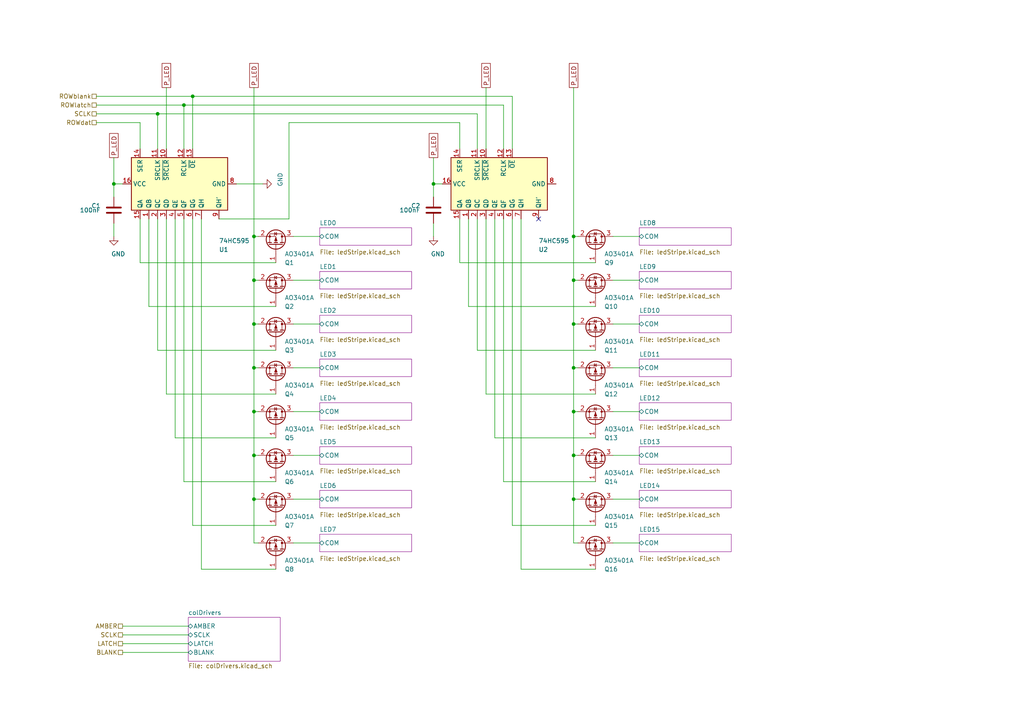
<source format=kicad_sch>
(kicad_sch (version 20200608) (host eeschema "5.99.0-unknown-e164269~101~ubuntu20.04.1")
  (page 2 19)
  (paper "A4")
  (lib_symbols
    (symbol "74xx:74HC595" (pin_names (offset 0.508))
      (property "Reference" "U" (at -7.62 13.97 0))
      (property "Value" "74HC595" (at -7.62 -16.51 0))
      (symbol "74HC595_1_1"
        (rectangle (start -7.62 12.7) (end 7.62 -15.24) (stroke (width 0.254)) (fill (type background)))
      )
      (symbol "74HC595_1_0"
        (pin tri_state line (at 10.16 7.62 180) (length 2.54) (name "QB") (number "1"))
        (pin input line (at -10.16 2.54 0) (length 2.54) (name "~SRCLR") (number "10"))
        (pin input line (at -10.16 5.08 0) (length 2.54) (name "SRCLK") (number "11"))
        (pin input line (at -10.16 -2.54 0) (length 2.54) (name "RCLK") (number "12"))
        (pin input line (at -10.16 -5.08 0) (length 2.54) (name "~OE") (number "13"))
        (pin input line (at -10.16 10.16 0) (length 2.54) (name "SER") (number "14"))
        (pin tri_state line (at 10.16 10.16 180) (length 2.54) (name "QA") (number "15"))
        (pin power_in line (at 0 15.24 270) (length 2.54) (name "VCC") (number "16"))
        (pin tri_state line (at 10.16 5.08 180) (length 2.54) (name "QC") (number "2"))
        (pin tri_state line (at 10.16 2.54 180) (length 2.54) (name "QD") (number "3"))
        (pin tri_state line (at 10.16 0 180) (length 2.54) (name "QE") (number "4"))
        (pin tri_state line (at 10.16 -2.54 180) (length 2.54) (name "QF") (number "5"))
        (pin tri_state line (at 10.16 -5.08 180) (length 2.54) (name "QG") (number "6"))
        (pin tri_state line (at 10.16 -7.62 180) (length 2.54) (name "QH") (number "7"))
        (pin power_in line (at 0 -17.78 90) (length 2.54) (name "GND") (number "8"))
        (pin output line (at 10.16 -12.7 180) (length 2.54) (name "QH'") (number "9"))
      )
    )
    (symbol "Device:C" (pin_numbers hide) (pin_names (offset 0.254))
      (property "Reference" "C" (at 0.635 2.54 0))
      (property "Value" "C" (at 0.635 -2.54 0))
      (symbol "C_0_1"
        (polyline (pts (xy -2.032 -0.762) (xy 2.032 -0.762)) (stroke (width 0.508)))
        (polyline (pts (xy -2.032 0.762) (xy 2.032 0.762)) (stroke (width 0.508)))
      )
      (symbol "C_1_1"
        (pin passive line (at 0 3.81 270) (length 2.794) (name "~") (number "1"))
        (pin passive line (at 0 -3.81 90) (length 2.794) (name "~") (number "2"))
      )
    )
    (symbol "Transistor_FET:AO3401A" (pin_names (offset 0.508) hide)
      (property "Reference" "Q" (at 5.08 1.905 0))
      (property "Value" "AO3401A" (at 5.08 0 0))
      (symbol "AO3401A_0_1"
        (circle (center 1.651 0) (radius 2.794) (stroke (width 0.254)))
        (circle (center 2.54 -1.778) (radius 0.254) (fill (type outline)))
        (circle (center 2.54 1.778) (radius 0.254) (fill (type outline)))
        (polyline (pts (xy 0.254 0) (xy -2.54 0)))
        (polyline (pts (xy 0.254 1.905) (xy 0.254 -1.905)) (stroke (width 0.254)))
        (polyline (pts (xy 0.762 -1.27) (xy 0.762 -2.286)) (stroke (width 0.254)))
        (polyline (pts (xy 0.762 0.508) (xy 0.762 -0.508)) (stroke (width 0.254)))
        (polyline (pts (xy 0.762 2.286) (xy 0.762 1.27)) (stroke (width 0.254)))
        (polyline (pts (xy 2.54 2.54) (xy 2.54 1.778)))
        (polyline (pts (xy 2.54 -2.54) (xy 2.54 0) (xy 0.762 0)))
        (polyline (pts (xy 0.762 1.778) (xy 3.302 1.778) (xy 3.302 -1.778) (xy 0.762 -1.778)))
        (polyline (pts (xy 2.286 0) (xy 1.27 0.381) (xy 1.27 -0.381) (xy 2.286 0)) (fill (type outline)))
        (polyline (pts (xy 2.794 -0.508) (xy 2.921 -0.381) (xy 3.683 -0.381) (xy 3.81 -0.254)))
        (polyline (pts (xy 3.302 -0.381) (xy 2.921 0.254) (xy 3.683 0.254) (xy 3.302 -0.381)))
      )
      (symbol "AO3401A_1_1"
        (pin input line (at -5.08 0 0) (length 2.54) (name "G") (number "1"))
        (pin passive line (at 2.54 -5.08 90) (length 2.54) (name "S") (number "2"))
        (pin passive line (at 2.54 5.08 270) (length 2.54) (name "D") (number "3"))
      )
    )
    (symbol "power:GND" (power) (pin_names (offset 0))
      (property "Value" "GND" (at 0 -3.81 0))
      (symbol "GND_0_1"
        (polyline (pts (xy 0 0) (xy 0 -1.27) (xy 1.27 -1.27) (xy 0 -2.54) (xy -1.27 -1.27) (xy 0 -1.27)))
      )
      (symbol "GND_1_1"
        (pin power_in line (at 0 0 270) (length 0) hide (name "GND") (number "1"))
      )
    )
  )
  (junction (at 33.02 53.34))
  (junction (at 45.72 33.02))
  (junction (at 53.34 30.48))
  (junction (at 55.88 27.94))
  (junction (at 73.66 68.58))
  (junction (at 73.66 81.28))
  (junction (at 73.66 93.98))
  (junction (at 73.66 106.68))
  (junction (at 73.66 119.38))
  (junction (at 73.66 132.08))
  (junction (at 73.66 144.78))
  (junction (at 125.73 53.34))
  (junction (at 166.37 68.58))
  (junction (at 166.37 81.28))
  (junction (at 166.37 93.98))
  (junction (at 166.37 106.68))
  (junction (at 166.37 119.38))
  (junction (at 166.37 132.08))
  (junction (at 166.37 144.78))
  (no_connect (at 156.21 63.5))
  (wire (pts (xy 27.94 27.94) (xy 55.88 27.94)))
  (wire (pts (xy 27.94 33.02) (xy 45.72 33.02)))
  (wire (pts (xy 27.94 35.56) (xy 40.64 35.56)))
  (wire (pts (xy 33.02 53.34) (xy 33.02 45.72)))
  (wire (pts (xy 33.02 53.34) (xy 33.02 57.15)))
  (wire (pts (xy 33.02 64.77) (xy 33.02 68.58)))
  (wire (pts (xy 35.56 53.34) (xy 33.02 53.34)))
  (wire (pts (xy 35.56 181.61) (xy 54.61 181.61)))
  (wire (pts (xy 35.56 184.15) (xy 54.61 184.15)))
  (wire (pts (xy 35.56 186.69) (xy 54.61 186.69)))
  (wire (pts (xy 35.56 189.23) (xy 54.61 189.23)))
  (wire (pts (xy 40.64 43.18) (xy 40.64 35.56)))
  (wire (pts (xy 40.64 63.5) (xy 40.64 76.2)))
  (wire (pts (xy 43.18 63.5) (xy 43.18 88.9)))
  (wire (pts (xy 45.72 33.02) (xy 45.72 43.18)))
  (wire (pts (xy 45.72 33.02) (xy 138.43 33.02)))
  (wire (pts (xy 45.72 63.5) (xy 45.72 101.6)))
  (wire (pts (xy 48.26 25.4) (xy 48.26 43.18)))
  (wire (pts (xy 48.26 63.5) (xy 48.26 114.3)))
  (wire (pts (xy 50.8 63.5) (xy 50.8 127)))
  (wire (pts (xy 53.34 30.48) (xy 27.94 30.48)))
  (wire (pts (xy 53.34 30.48) (xy 146.05 30.48)))
  (wire (pts (xy 53.34 43.18) (xy 53.34 30.48)))
  (wire (pts (xy 53.34 63.5) (xy 53.34 139.7)))
  (wire (pts (xy 53.34 139.7) (xy 80.01 139.7)))
  (wire (pts (xy 55.88 27.94) (xy 55.88 43.18)))
  (wire (pts (xy 55.88 27.94) (xy 148.59 27.94)))
  (wire (pts (xy 55.88 63.5) (xy 55.88 152.4)))
  (wire (pts (xy 55.88 152.4) (xy 80.01 152.4)))
  (wire (pts (xy 58.42 63.5) (xy 58.42 165.1)))
  (wire (pts (xy 58.42 165.1) (xy 80.01 165.1)))
  (wire (pts (xy 63.5 63.5) (xy 83.82 63.5)))
  (wire (pts (xy 68.58 53.34) (xy 76.2 53.34)))
  (wire (pts (xy 73.66 25.4) (xy 73.66 68.58)))
  (wire (pts (xy 73.66 68.58) (xy 73.66 81.28)))
  (wire (pts (xy 73.66 68.58) (xy 74.93 68.58)))
  (wire (pts (xy 73.66 81.28) (xy 73.66 93.98)))
  (wire (pts (xy 73.66 81.28) (xy 74.93 81.28)))
  (wire (pts (xy 73.66 93.98) (xy 73.66 106.68)))
  (wire (pts (xy 73.66 93.98) (xy 74.93 93.98)))
  (wire (pts (xy 73.66 106.68) (xy 73.66 119.38)))
  (wire (pts (xy 73.66 106.68) (xy 74.93 106.68)))
  (wire (pts (xy 73.66 119.38) (xy 73.66 132.08)))
  (wire (pts (xy 73.66 119.38) (xy 74.93 119.38)))
  (wire (pts (xy 73.66 132.08) (xy 73.66 144.78)))
  (wire (pts (xy 73.66 132.08) (xy 74.93 132.08)))
  (wire (pts (xy 73.66 144.78) (xy 73.66 157.48)))
  (wire (pts (xy 73.66 144.78) (xy 74.93 144.78)))
  (wire (pts (xy 73.66 157.48) (xy 74.93 157.48)))
  (wire (pts (xy 80.01 76.2) (xy 40.64 76.2)))
  (wire (pts (xy 80.01 88.9) (xy 43.18 88.9)))
  (wire (pts (xy 80.01 101.6) (xy 45.72 101.6)))
  (wire (pts (xy 80.01 114.3) (xy 48.26 114.3)))
  (wire (pts (xy 80.01 127) (xy 50.8 127)))
  (wire (pts (xy 83.82 35.56) (xy 83.82 63.5)))
  (wire (pts (xy 83.82 35.56) (xy 133.35 35.56)))
  (wire (pts (xy 85.09 68.58) (xy 92.71 68.58)))
  (wire (pts (xy 85.09 81.28) (xy 92.71 81.28)))
  (wire (pts (xy 85.09 93.98) (xy 92.71 93.98)))
  (wire (pts (xy 85.09 106.68) (xy 92.71 106.68)))
  (wire (pts (xy 85.09 119.38) (xy 92.71 119.38)))
  (wire (pts (xy 85.09 132.08) (xy 92.71 132.08)))
  (wire (pts (xy 85.09 144.78) (xy 92.71 144.78)))
  (wire (pts (xy 85.09 157.48) (xy 92.71 157.48)))
  (wire (pts (xy 125.73 53.34) (xy 125.73 45.72)))
  (wire (pts (xy 125.73 53.34) (xy 125.73 57.15)))
  (wire (pts (xy 125.73 64.77) (xy 125.73 68.58)))
  (wire (pts (xy 128.27 53.34) (xy 125.73 53.34)))
  (wire (pts (xy 133.35 43.18) (xy 133.35 35.56)))
  (wire (pts (xy 133.35 63.5) (xy 133.35 76.2)))
  (wire (pts (xy 135.89 63.5) (xy 135.89 88.9)))
  (wire (pts (xy 138.43 33.02) (xy 138.43 43.18)))
  (wire (pts (xy 138.43 63.5) (xy 138.43 101.6)))
  (wire (pts (xy 140.97 25.4) (xy 140.97 43.18)))
  (wire (pts (xy 140.97 63.5) (xy 140.97 114.3)))
  (wire (pts (xy 143.51 63.5) (xy 143.51 127)))
  (wire (pts (xy 146.05 43.18) (xy 146.05 30.48)))
  (wire (pts (xy 146.05 63.5) (xy 146.05 139.7)))
  (wire (pts (xy 146.05 139.7) (xy 172.72 139.7)))
  (wire (pts (xy 148.59 27.94) (xy 148.59 43.18)))
  (wire (pts (xy 148.59 63.5) (xy 148.59 152.4)))
  (wire (pts (xy 148.59 152.4) (xy 172.72 152.4)))
  (wire (pts (xy 151.13 63.5) (xy 151.13 165.1)))
  (wire (pts (xy 151.13 165.1) (xy 172.72 165.1)))
  (wire (pts (xy 166.37 25.4) (xy 166.37 68.58)))
  (wire (pts (xy 166.37 68.58) (xy 166.37 81.28)))
  (wire (pts (xy 166.37 68.58) (xy 167.64 68.58)))
  (wire (pts (xy 166.37 81.28) (xy 166.37 93.98)))
  (wire (pts (xy 166.37 81.28) (xy 167.64 81.28)))
  (wire (pts (xy 166.37 93.98) (xy 166.37 106.68)))
  (wire (pts (xy 166.37 93.98) (xy 167.64 93.98)))
  (wire (pts (xy 166.37 106.68) (xy 166.37 119.38)))
  (wire (pts (xy 166.37 106.68) (xy 167.64 106.68)))
  (wire (pts (xy 166.37 119.38) (xy 166.37 132.08)))
  (wire (pts (xy 166.37 119.38) (xy 167.64 119.38)))
  (wire (pts (xy 166.37 132.08) (xy 166.37 144.78)))
  (wire (pts (xy 166.37 132.08) (xy 167.64 132.08)))
  (wire (pts (xy 166.37 144.78) (xy 166.37 157.48)))
  (wire (pts (xy 166.37 144.78) (xy 167.64 144.78)))
  (wire (pts (xy 166.37 157.48) (xy 167.64 157.48)))
  (wire (pts (xy 172.72 76.2) (xy 133.35 76.2)))
  (wire (pts (xy 172.72 88.9) (xy 135.89 88.9)))
  (wire (pts (xy 172.72 101.6) (xy 138.43 101.6)))
  (wire (pts (xy 172.72 114.3) (xy 140.97 114.3)))
  (wire (pts (xy 172.72 127) (xy 143.51 127)))
  (wire (pts (xy 177.8 68.58) (xy 185.42 68.58)))
  (wire (pts (xy 177.8 81.28) (xy 185.42 81.28)))
  (wire (pts (xy 177.8 93.98) (xy 185.42 93.98)))
  (wire (pts (xy 177.8 106.68) (xy 185.42 106.68)))
  (wire (pts (xy 177.8 119.38) (xy 185.42 119.38)))
  (wire (pts (xy 177.8 132.08) (xy 185.42 132.08)))
  (wire (pts (xy 177.8 144.78) (xy 185.42 144.78)))
  (wire (pts (xy 177.8 157.48) (xy 185.42 157.48)))
  (global_label "P_LED" (shape passive) (at 33.02 45.72 90))
  (global_label "P_LED" (shape passive) (at 48.26 25.4 90))
  (global_label "P_LED" (shape passive) (at 73.66 25.4 90))
  (global_label "P_LED" (shape passive) (at 125.73 45.72 90))
  (global_label "P_LED" (shape passive) (at 140.97 25.4 90))
  (global_label "P_LED" (shape passive) (at 166.37 25.4 90))
  (hierarchical_label "ROWblank" (shape passive) (at 27.94 27.94 180))
  (hierarchical_label "ROWlatch" (shape passive) (at 27.94 30.48 180))
  (hierarchical_label "SCLK" (shape passive) (at 27.94 33.02 180))
  (hierarchical_label "ROWdat" (shape passive) (at 27.94 35.56 180))
  (hierarchical_label "AMBER" (shape passive) (at 35.56 181.61 180))
  (hierarchical_label "SCLK" (shape passive) (at 35.56 184.15 180))
  (hierarchical_label "LATCH" (shape passive) (at 35.56 186.69 180))
  (hierarchical_label "BLANK" (shape passive) (at 35.56 189.23 180))
  (symbol (lib_id "power:GND") (at 33.02 68.58 0) (unit 1)
    (property "Reference" "#PWR02" (effects hide))
    (property "Value" "GND" (at 34.29 73.66 0))
  )
  (symbol (lib_id "power:GND") (at 76.2 53.34 90) (unit 1)
    (property "Reference" "#PWR03" (effects hide))
    (property "Value" "GND" (at 81.28 52.07 0))
  )
  (symbol (lib_id "power:GND") (at 125.73 68.58 0) (unit 1)
    (property "Reference" "#PWR04" (effects hide))
    (property "Value" "GND" (at 127 73.66 0))
  )
  (symbol (lib_id "Device:C") (at 33.02 60.96 0) (mirror x) (unit 1)
    (property "Reference" "C1" (at 29.21 59.69 0) (effects (justify right)))
    (property "Value" "100nF" (at 29.21 60.96 0) (effects (justify right)))
    (property "Footprint" "Capacitor_SMD:C_1206_3216Metric_Pad1.42x1.75mm_HandSolder" (effects hide))
  )
  (symbol (lib_id "Device:C") (at 125.73 60.96 0) (mirror x) (unit 1)
    (property "Reference" "C2" (at 121.92 59.69 0) (effects (justify right)))
    (property "Value" "100nF" (at 121.92 60.96 0) (effects (justify right)))
    (property "Footprint" "Capacitor_SMD:C_1206_3216Metric_Pad1.42x1.75mm_HandSolder" (effects hide))
  )
  (symbol (lib_id "Transistor_FET:AO3401A") (at 80.01 71.12 270) (mirror x) (unit 1)
    (property "Reference" "Q1" (at 82.55 76.2 90) (effects (justify left)))
    (property "Value" "AO3401A" (at 82.55 73.66 90) (effects (justify left)))
    (property "Footprint" "Package_TO_SOT_SMD:SOT-23" (effects hide))
    (property "Datasheet" "http://www.aosmd.com/pdfs/datasheet/AO3401A.pdf" (effects hide))
  )
  (symbol (lib_id "Transistor_FET:AO3401A") (at 80.01 83.82 270) (mirror x) (unit 1)
    (property "Reference" "Q2" (at 82.55 88.9 90) (effects (justify left)))
    (property "Value" "AO3401A" (at 82.55 86.36 90) (effects (justify left)))
    (property "Footprint" "Package_TO_SOT_SMD:SOT-23" (effects hide))
    (property "Datasheet" "http://www.aosmd.com/pdfs/datasheet/AO3401A.pdf" (effects hide))
  )
  (symbol (lib_id "Transistor_FET:AO3401A") (at 80.01 96.52 270) (mirror x) (unit 1)
    (property "Reference" "Q3" (at 82.55 101.6 90) (effects (justify left)))
    (property "Value" "AO3401A" (at 82.55 99.06 90) (effects (justify left)))
    (property "Footprint" "Package_TO_SOT_SMD:SOT-23" (effects hide))
    (property "Datasheet" "http://www.aosmd.com/pdfs/datasheet/AO3401A.pdf" (effects hide))
  )
  (symbol (lib_id "Transistor_FET:AO3401A") (at 80.01 109.22 270) (mirror x) (unit 1)
    (property "Reference" "Q4" (at 82.55 114.3 90) (effects (justify left)))
    (property "Value" "AO3401A" (at 82.55 111.76 90) (effects (justify left)))
    (property "Footprint" "Package_TO_SOT_SMD:SOT-23" (effects hide))
    (property "Datasheet" "http://www.aosmd.com/pdfs/datasheet/AO3401A.pdf" (effects hide))
  )
  (symbol (lib_id "Transistor_FET:AO3401A") (at 80.01 121.92 270) (mirror x) (unit 1)
    (property "Reference" "Q5" (at 82.55 127 90) (effects (justify left)))
    (property "Value" "AO3401A" (at 82.55 124.46 90) (effects (justify left)))
    (property "Footprint" "Package_TO_SOT_SMD:SOT-23" (effects hide))
    (property "Datasheet" "http://www.aosmd.com/pdfs/datasheet/AO3401A.pdf" (effects hide))
  )
  (symbol (lib_id "Transistor_FET:AO3401A") (at 80.01 134.62 270) (mirror x) (unit 1)
    (property "Reference" "Q6" (at 82.55 139.7 90) (effects (justify left)))
    (property "Value" "AO3401A" (at 82.55 137.16 90) (effects (justify left)))
    (property "Footprint" "Package_TO_SOT_SMD:SOT-23" (effects hide))
    (property "Datasheet" "http://www.aosmd.com/pdfs/datasheet/AO3401A.pdf" (effects hide))
  )
  (symbol (lib_id "Transistor_FET:AO3401A") (at 80.01 147.32 270) (mirror x) (unit 1)
    (property "Reference" "Q7" (at 82.55 152.4 90) (effects (justify left)))
    (property "Value" "AO3401A" (at 82.55 149.86 90) (effects (justify left)))
    (property "Footprint" "Package_TO_SOT_SMD:SOT-23" (effects hide))
    (property "Datasheet" "http://www.aosmd.com/pdfs/datasheet/AO3401A.pdf" (effects hide))
  )
  (symbol (lib_id "Transistor_FET:AO3401A") (at 80.01 160.02 270) (mirror x) (unit 1)
    (property "Reference" "Q8" (at 82.55 165.1 90) (effects (justify left)))
    (property "Value" "AO3401A" (at 82.55 162.56 90) (effects (justify left)))
    (property "Footprint" "Package_TO_SOT_SMD:SOT-23" (effects hide))
    (property "Datasheet" "http://www.aosmd.com/pdfs/datasheet/AO3401A.pdf" (effects hide))
  )
  (symbol (lib_id "Transistor_FET:AO3401A") (at 172.72 71.12 270) (mirror x) (unit 1)
    (property "Reference" "Q9" (at 175.26 76.2 90) (effects (justify left)))
    (property "Value" "AO3401A" (at 175.26 73.66 90) (effects (justify left)))
    (property "Footprint" "Package_TO_SOT_SMD:SOT-23" (effects hide))
    (property "Datasheet" "http://www.aosmd.com/pdfs/datasheet/AO3401A.pdf" (effects hide))
  )
  (symbol (lib_id "Transistor_FET:AO3401A") (at 172.72 83.82 270) (mirror x) (unit 1)
    (property "Reference" "Q10" (at 175.26 88.9 90) (effects (justify left)))
    (property "Value" "AO3401A" (at 175.26 86.36 90) (effects (justify left)))
    (property "Footprint" "Package_TO_SOT_SMD:SOT-23" (effects hide))
    (property "Datasheet" "http://www.aosmd.com/pdfs/datasheet/AO3401A.pdf" (effects hide))
  )
  (symbol (lib_id "Transistor_FET:AO3401A") (at 172.72 96.52 270) (mirror x) (unit 1)
    (property "Reference" "Q11" (at 175.26 101.6 90) (effects (justify left)))
    (property "Value" "AO3401A" (at 175.26 99.06 90) (effects (justify left)))
    (property "Footprint" "Package_TO_SOT_SMD:SOT-23" (effects hide))
    (property "Datasheet" "http://www.aosmd.com/pdfs/datasheet/AO3401A.pdf" (effects hide))
  )
  (symbol (lib_id "Transistor_FET:AO3401A") (at 172.72 109.22 270) (mirror x) (unit 1)
    (property "Reference" "Q12" (at 175.26 114.3 90) (effects (justify left)))
    (property "Value" "AO3401A" (at 175.26 111.76 90) (effects (justify left)))
    (property "Footprint" "Package_TO_SOT_SMD:SOT-23" (effects hide))
    (property "Datasheet" "http://www.aosmd.com/pdfs/datasheet/AO3401A.pdf" (effects hide))
  )
  (symbol (lib_id "Transistor_FET:AO3401A") (at 172.72 121.92 270) (mirror x) (unit 1)
    (property "Reference" "Q13" (at 175.26 127 90) (effects (justify left)))
    (property "Value" "AO3401A" (at 175.26 124.46 90) (effects (justify left)))
    (property "Footprint" "Package_TO_SOT_SMD:SOT-23" (effects hide))
    (property "Datasheet" "http://www.aosmd.com/pdfs/datasheet/AO3401A.pdf" (effects hide))
  )
  (symbol (lib_id "Transistor_FET:AO3401A") (at 172.72 134.62 270) (mirror x) (unit 1)
    (property "Reference" "Q14" (at 175.26 139.7 90) (effects (justify left)))
    (property "Value" "AO3401A" (at 175.26 137.16 90) (effects (justify left)))
    (property "Footprint" "Package_TO_SOT_SMD:SOT-23" (effects hide))
    (property "Datasheet" "http://www.aosmd.com/pdfs/datasheet/AO3401A.pdf" (effects hide))
  )
  (symbol (lib_id "Transistor_FET:AO3401A") (at 172.72 147.32 270) (mirror x) (unit 1)
    (property "Reference" "Q15" (at 175.26 152.4 90) (effects (justify left)))
    (property "Value" "AO3401A" (at 175.26 149.86 90) (effects (justify left)))
    (property "Footprint" "Package_TO_SOT_SMD:SOT-23" (effects hide))
    (property "Datasheet" "http://www.aosmd.com/pdfs/datasheet/AO3401A.pdf" (effects hide))
  )
  (symbol (lib_id "Transistor_FET:AO3401A") (at 172.72 160.02 270) (mirror x) (unit 1)
    (property "Reference" "Q16" (at 175.26 165.1 90) (effects (justify left)))
    (property "Value" "AO3401A" (at 175.26 162.56 90) (effects (justify left)))
    (property "Footprint" "Package_TO_SOT_SMD:SOT-23" (effects hide))
    (property "Datasheet" "http://www.aosmd.com/pdfs/datasheet/AO3401A.pdf" (effects hide))
  )
  (symbol (lib_id "74xx:74HC595") (at 50.8 53.34 90) (mirror x) (unit 1)
    (property "Reference" "U1" (at 63.5 72.39 90) (effects (justify right)))
    (property "Value" "74HC595" (at 63.5 69.85 90) (effects (justify right)))
    (property "Footprint" "Package_SO:TSSOP-16_4.4x5mm_P0.65mm" (effects hide))
    (property "Datasheet" "http://www.ti.com/lit/ds/symlink/sn74hc595.pdf" (effects hide))
  )
  (symbol (lib_id "74xx:74HC595") (at 143.51 53.34 90) (mirror x) (unit 1)
    (property "Reference" "U2" (at 156.21 72.39 90) (effects (justify right)))
    (property "Value" "74HC595" (at 156.21 69.85 90) (effects (justify right)))
    (property "Footprint" "Package_SO:TSSOP-16_4.4x5mm_P0.65mm" (effects hide))
    (property "Datasheet" "http://www.ti.com/lit/ds/symlink/sn74hc595.pdf" (effects hide))
  )
  (sheet (at 92.71 66.04) (size 26.67 5.08) (stroke (width 0.001) (color 132 0 132 1)) (fill (color 255 255 255 0.0000))
    (property "Sheet name" "LED0" (at 92.71 65.404 0) (effects (justify left bottom)))
    (property "Sheet file" "ledStripe.kicad_sch" (at 92.71 72.39 0) (effects (justify left top)))
    (pin "COM" bidirectional (at 92.71 68.58 180))
  )
  (sheet (at 92.71 78.74) (size 26.67 5.08) (stroke (width 0.001) (color 132 0 132 1)) (fill (color 255 255 255 0.0000))
    (property "Sheet name" "LED1" (at 92.71 78.104 0) (effects (justify left bottom)))
    (property "Sheet file" "ledStripe.kicad_sch" (at 92.71 85.09 0) (effects (justify left top)))
    (pin "COM" bidirectional (at 92.71 81.28 180))
  )
  (sheet (at 185.42 91.44) (size 26.67 5.08) (stroke (width 0.001) (color 132 0 132 1)) (fill (color 255 255 255 0.0000))
    (property "Sheet name" "LED10" (at 185.42 90.804 0) (effects (justify left bottom)))
    (property "Sheet file" "ledStripe.kicad_sch" (at 185.42 97.79 0) (effects (justify left top)))
    (pin "COM" bidirectional (at 185.42 93.98 180))
  )
  (sheet (at 185.42 104.14) (size 26.67 5.08) (stroke (width 0.001) (color 132 0 132 1)) (fill (color 255 255 255 0.0000))
    (property "Sheet name" "LED11" (at 185.42 103.504 0) (effects (justify left bottom)))
    (property "Sheet file" "ledStripe.kicad_sch" (at 185.42 110.49 0) (effects (justify left top)))
    (pin "COM" bidirectional (at 185.42 106.68 180))
  )
  (sheet (at 185.42 116.84) (size 26.67 5.08) (stroke (width 0.001) (color 132 0 132 1)) (fill (color 255 255 255 0.0000))
    (property "Sheet name" "LED12" (at 185.42 116.204 0) (effects (justify left bottom)))
    (property "Sheet file" "ledStripe.kicad_sch" (at 185.42 123.19 0) (effects (justify left top)))
    (pin "COM" bidirectional (at 185.42 119.38 180))
  )
  (sheet (at 185.42 129.54) (size 26.67 5.08) (stroke (width 0.001) (color 132 0 132 1)) (fill (color 255 255 255 0.0000))
    (property "Sheet name" "LED13" (at 185.42 128.904 0) (effects (justify left bottom)))
    (property "Sheet file" "ledStripe.kicad_sch" (at 185.42 135.89 0) (effects (justify left top)))
    (pin "COM" bidirectional (at 185.42 132.08 180))
  )
  (sheet (at 185.42 142.24) (size 26.67 5.08) (stroke (width 0.001) (color 132 0 132 1)) (fill (color 255 255 255 0.0000))
    (property "Sheet name" "LED14" (at 185.42 141.604 0) (effects (justify left bottom)))
    (property "Sheet file" "ledStripe.kicad_sch" (at 185.42 148.59 0) (effects (justify left top)))
    (pin "COM" bidirectional (at 185.42 144.78 180))
  )
  (sheet (at 185.42 154.94) (size 26.67 5.08) (stroke (width 0.001) (color 132 0 132 1)) (fill (color 255 255 255 0.0000))
    (property "Sheet name" "LED15" (at 185.42 154.304 0) (effects (justify left bottom)))
    (property "Sheet file" "ledStripe.kicad_sch" (at 185.42 161.29 0) (effects (justify left top)))
    (pin "COM" bidirectional (at 185.42 157.48 180))
  )
  (sheet (at 92.71 91.44) (size 26.67 5.08) (stroke (width 0.001) (color 132 0 132 1)) (fill (color 255 255 255 0.0000))
    (property "Sheet name" "LED2" (at 92.71 90.804 0) (effects (justify left bottom)))
    (property "Sheet file" "ledStripe.kicad_sch" (at 92.71 97.79 0) (effects (justify left top)))
    (pin "COM" bidirectional (at 92.71 93.98 180))
  )
  (sheet (at 92.71 104.14) (size 26.67 5.08) (stroke (width 0.001) (color 132 0 132 1)) (fill (color 255 255 255 0.0000))
    (property "Sheet name" "LED3" (at 92.71 103.504 0) (effects (justify left bottom)))
    (property "Sheet file" "ledStripe.kicad_sch" (at 92.71 110.49 0) (effects (justify left top)))
    (pin "COM" bidirectional (at 92.71 106.68 180))
  )
  (sheet (at 92.71 116.84) (size 26.67 5.08) (stroke (width 0.001) (color 132 0 132 1)) (fill (color 255 255 255 0.0000))
    (property "Sheet name" "LED4" (at 92.71 116.204 0) (effects (justify left bottom)))
    (property "Sheet file" "ledStripe.kicad_sch" (at 92.71 123.19 0) (effects (justify left top)))
    (pin "COM" bidirectional (at 92.71 119.38 180))
  )
  (sheet (at 92.71 129.54) (size 26.67 5.08) (stroke (width 0.001) (color 132 0 132 1)) (fill (color 255 255 255 0.0000))
    (property "Sheet name" "LED5" (at 92.71 128.904 0) (effects (justify left bottom)))
    (property "Sheet file" "ledStripe.kicad_sch" (at 92.71 135.89 0) (effects (justify left top)))
    (pin "COM" bidirectional (at 92.71 132.08 180))
  )
  (sheet (at 92.71 142.24) (size 26.67 5.08) (stroke (width 0.001) (color 132 0 132 1)) (fill (color 255 255 255 0.0000))
    (property "Sheet name" "LED6" (at 92.71 141.604 0) (effects (justify left bottom)))
    (property "Sheet file" "ledStripe.kicad_sch" (at 92.71 148.59 0) (effects (justify left top)))
    (pin "COM" bidirectional (at 92.71 144.78 180))
  )
  (sheet (at 92.71 154.94) (size 26.67 5.08) (stroke (width 0.001) (color 132 0 132 1)) (fill (color 255 255 255 0.0000))
    (property "Sheet name" "LED7" (at 92.71 154.304 0) (effects (justify left bottom)))
    (property "Sheet file" "ledStripe.kicad_sch" (at 92.71 161.29 0) (effects (justify left top)))
    (pin "COM" bidirectional (at 92.71 157.48 180))
  )
  (sheet (at 185.42 66.04) (size 26.67 5.08) (stroke (width 0.001) (color 132 0 132 1)) (fill (color 255 255 255 0.0000))
    (property "Sheet name" "LED8" (at 185.42 65.404 0) (effects (justify left bottom)))
    (property "Sheet file" "ledStripe.kicad_sch" (at 185.42 72.39 0) (effects (justify left top)))
    (pin "COM" bidirectional (at 185.42 68.58 180))
  )
  (sheet (at 185.42 78.74) (size 26.67 5.08) (stroke (width 0.001) (color 132 0 132 1)) (fill (color 255 255 255 0.0000))
    (property "Sheet name" "LED9" (at 185.42 78.104 0) (effects (justify left bottom)))
    (property "Sheet file" "ledStripe.kicad_sch" (at 185.42 85.09 0) (effects (justify left top)))
    (pin "COM" bidirectional (at 185.42 81.28 180))
  )
  (sheet (at 54.61 179.07) (size 26.67 12.7) (stroke (width 0.001) (color 132 0 132 1)) (fill (color 255 255 255 0.0000))
    (property "Sheet name" "colDrivers" (at 54.61 178.4341 0) (effects (justify left bottom)))
    (property "Sheet file" "colDrivers.kicad_sch" (at 54.61 192.405 0) (effects (justify left top)))
    (pin "BLANK" bidirectional (at 54.61 189.23 180))
    (pin "AMBER" bidirectional (at 54.61 181.61 180))
    (pin "LATCH" bidirectional (at 54.61 186.69 180))
    (pin "SCLK" bidirectional (at 54.61 184.15 180))
  )
)
</source>
